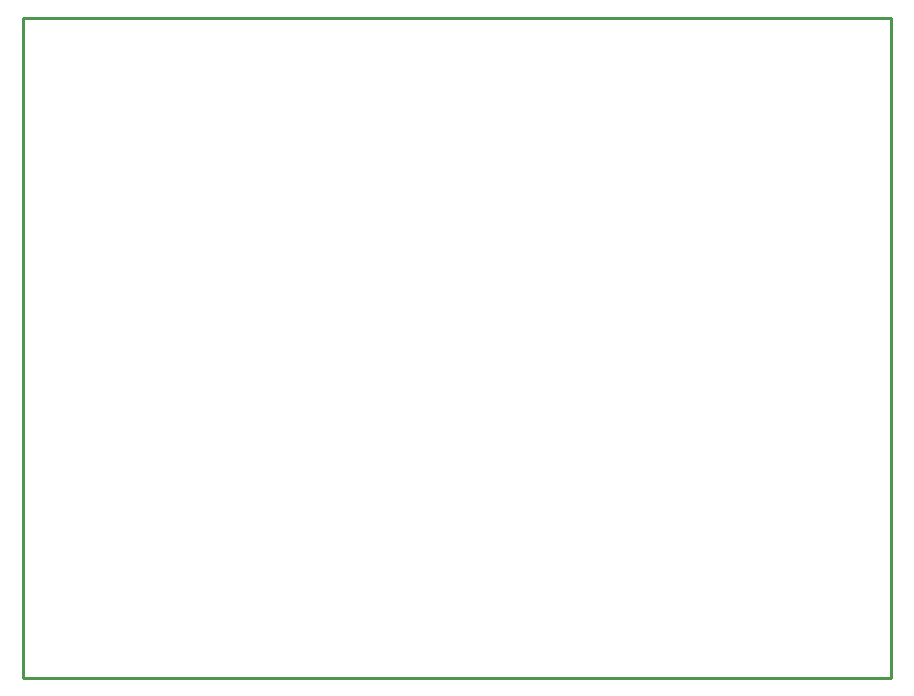
<source format=gbr>
G04 EAGLE Gerber RS-274X export*
G75*
%MOMM*%
%FSLAX34Y34*%
%LPD*%
%IN*%
%IPPOS*%
%AMOC8*
5,1,8,0,0,1.08239X$1,22.5*%
G01*
%ADD10C,0.254000*%


D10*
X0Y0D02*
X734570Y0D01*
X734570Y558700D01*
X0Y558700D01*
X0Y0D01*
M02*

</source>
